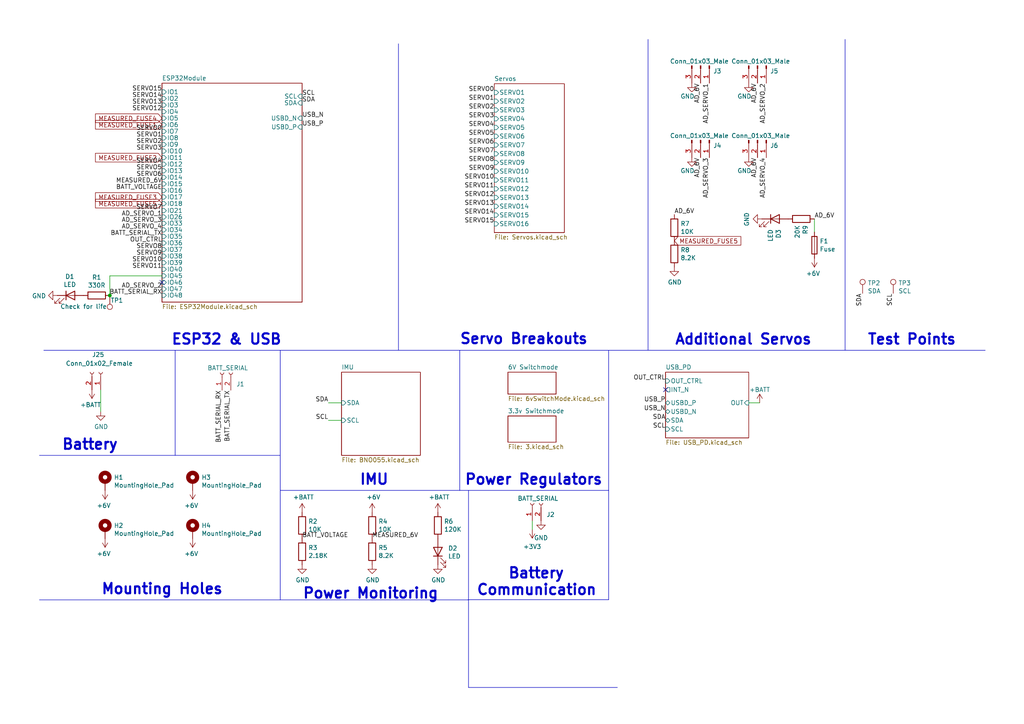
<source format=kicad_sch>
(kicad_sch (version 20230121) (generator eeschema)
  (paper "A4")
  (lib_symbols
    (symbol "+BATT_1" (power) (pin_names (offset 0))
      (property "Value" "+BATT_1" (at 0 3.556 0))
      (symbol "+BATT_1_0_1"
        (polyline (pts (xy -0.762 1.27) (xy 0 2.54)))
        (polyline (pts (xy 0 0) (xy 0 2.54)))
        (polyline (pts (xy 0 2.54) (xy 0.762 1.27)))
      )
      (symbol "+BATT_1_1_1"
        (pin power_in line (at 0 0 90) (length 0) hide (name "+BATT") (number "1"))
      )
    )
    (symbol "Connector:Conn_01x02_Female" (pin_names (offset 1.016) hide)
      (property "Reference" "J" (at 0 2.54 0))
      (property "Value" "Conn_01x02_Female" (at 0 -5.08 0))
      (symbol "Conn_01x02_Female_1_1"
        (arc (start 0 -2.032) (mid -0.5058 -2.54) (end 0 -3.048) (stroke (width 0.1524)))
        (polyline (pts (xy -1.27 -2.54) (xy -0.508 -2.54)) (stroke (width 0.1524)))
        (polyline (pts (xy -1.27 0) (xy -0.508 0)) (stroke (width 0.1524)))
        (arc (start 0 0.508) (mid -0.5058 0) (end 0 -0.508) (stroke (width 0.1524)))
        (pin passive line (at -5.08 0 0) (length 3.81) (name "Pin_1") (number "1"))
        (pin passive line (at -5.08 -2.54 0) (length 3.81) (name "Pin_2") (number "2"))
      )
    )
    (symbol "Connector:Conn_01x03_Male" (pin_names (offset 1.016) hide)
      (property "Reference" "J" (at 0 5.08 0))
      (property "Value" "Conn_01x03_Male" (at 0 -5.08 0))
      (symbol "Conn_01x03_Male_1_1"
        (polyline (pts (xy 1.27 -2.54) (xy 0.8636 -2.54)) (stroke (width 0.1524)))
        (polyline (pts (xy 1.27 0) (xy 0.8636 0)) (stroke (width 0.1524)))
        (polyline (pts (xy 1.27 2.54) (xy 0.8636 2.54)) (stroke (width 0.1524)))
        (rectangle (start 0.8636 -2.413) (end 0 -2.667) (stroke (width 0.1524)) (fill (type outline)))
        (rectangle (start 0.8636 0.127) (end 0 -0.127) (stroke (width 0.1524)) (fill (type outline)))
        (rectangle (start 0.8636 2.667) (end 0 2.413) (stroke (width 0.1524)) (fill (type outline)))
        (pin passive line (at 5.08 2.54 180) (length 3.81) (name "Pin_1") (number "1"))
        (pin passive line (at 5.08 0 180) (length 3.81) (name "Pin_2") (number "2"))
        (pin passive line (at 5.08 -2.54 180) (length 3.81) (name "Pin_3") (number "3"))
      )
    )
    (symbol "Connector:TestPoint" (pin_numbers hide) (pin_names (offset 0.762) hide)
      (property "Reference" "TP" (at 0 6.858 0))
      (property "Value" "TestPoint" (at 0 5.08 0))
      (symbol "TestPoint_0_1"
        (circle (center 0 3.302) (radius 0.762))
      )
      (symbol "TestPoint_1_1"
        (pin passive line (at 0 0 90) (length 2.54) (name "1") (number "1"))
      )
    )
    (symbol "Device:Fuse" (pin_numbers hide) (pin_names (offset 0))
      (property "Reference" "F" (at 2.032 0 90))
      (property "Value" "Fuse" (at -1.905 0 90))
      (symbol "Fuse_0_1"
        (rectangle (start -0.762 -2.54) (end 0.762 2.54) (stroke (width 0.254)))
        (polyline (pts (xy 0 2.54) (xy 0 -2.54)))
      )
      (symbol "Fuse_1_1"
        (pin passive line (at 0 3.81 270) (length 1.27) (name "~") (number "1"))
        (pin passive line (at 0 -3.81 90) (length 1.27) (name "~") (number "2"))
      )
    )
    (symbol "Device:LED" (pin_numbers hide) (pin_names (offset 1.016) hide)
      (property "Reference" "D" (at 0 2.54 0))
      (property "Value" "LED" (at 0 -2.54 0))
      (symbol "LED_0_1"
        (polyline (pts (xy -1.27 -1.27) (xy -1.27 1.27)) (stroke (width 0.254)))
        (polyline (pts (xy -1.27 0) (xy 1.27 0)))
        (polyline (pts (xy 1.27 -1.27) (xy 1.27 1.27) (xy -1.27 0) (xy 1.27 -1.27)) (stroke (width 0.254)))
        (polyline (pts (xy -3.048 -0.762) (xy -4.572 -2.286) (xy -3.81 -2.286) (xy -4.572 -2.286) (xy -4.572 -1.524)))
        (polyline (pts (xy -1.778 -0.762) (xy -3.302 -2.286) (xy -2.54 -2.286) (xy -3.302 -2.286) (xy -3.302 -1.524)))
      )
      (symbol "LED_1_1"
        (pin passive line (at -3.81 0 0) (length 2.54) (name "K") (number "1"))
        (pin passive line (at 3.81 0 180) (length 2.54) (name "A") (number "2"))
      )
    )
    (symbol "Device:R" (pin_numbers hide) (pin_names (offset 0))
      (property "Reference" "R" (at 2.032 0 90))
      (property "Value" "R" (at 0 0 90))
      (symbol "R_0_1"
        (rectangle (start -1.016 -2.54) (end 1.016 2.54) (stroke (width 0.254)))
      )
      (symbol "R_1_1"
        (pin passive line (at 0 3.81 270) (length 1.27) (name "~") (number "1"))
        (pin passive line (at 0 -3.81 90) (length 1.27) (name "~") (number "2"))
      )
    )
    (symbol "Mechanical:MountingHole_Pad" (pin_numbers hide) (pin_names (offset 1.016) hide)
      (property "Reference" "H" (at 0 6.35 0))
      (property "Value" "MountingHole_Pad" (at 0 4.445 0))
      (symbol "MountingHole_Pad_0_1"
        (circle (center 0 1.27) (radius 1.27) (stroke (width 1.27)))
      )
      (symbol "MountingHole_Pad_1_1"
        (pin input line (at 0 -2.54 90) (length 2.54) (name "1") (number "1"))
      )
    )
    (symbol "power:+3V3" (power) (pin_names (offset 0))
      (property "Value" "+3V3" (at 0 3.556 0))
      (symbol "+3V3_0_1"
        (polyline (pts (xy -0.762 1.27) (xy 0 2.54)))
        (polyline (pts (xy 0 0) (xy 0 2.54)))
        (polyline (pts (xy 0 2.54) (xy 0.762 1.27)))
      )
      (symbol "+3V3_1_1"
        (pin power_in line (at 0 0 90) (length 0) hide (name "+3V3") (number "1"))
      )
    )
    (symbol "power:+6V" (power) (pin_names (offset 0))
      (property "Value" "+6V" (at 0 3.556 0))
      (symbol "+6V_0_1"
        (polyline (pts (xy -0.762 1.27) (xy 0 2.54)))
        (polyline (pts (xy 0 0) (xy 0 2.54)))
        (polyline (pts (xy 0 2.54) (xy 0.762 1.27)))
      )
      (symbol "+6V_1_1"
        (pin power_in line (at 0 0 90) (length 0) hide (name "+6V") (number "1"))
      )
    )
    (symbol "power:+BATT" (power) (pin_names (offset 0))
      (property "Value" "+BATT" (at 0 3.556 0))
      (symbol "+BATT_0_1"
        (polyline (pts (xy -0.762 1.27) (xy 0 2.54)))
        (polyline (pts (xy 0 0) (xy 0 2.54)))
        (polyline (pts (xy 0 2.54) (xy 0.762 1.27)))
      )
      (symbol "+BATT_1_1"
        (pin power_in line (at 0 0 90) (length 0) hide (name "+BATT") (number "1"))
      )
    )
    (symbol "power:GND" (power) (pin_names (offset 0))
      (property "Value" "GND" (at 0 -3.81 0))
      (symbol "GND_0_1"
        (polyline (pts (xy 0 0) (xy 0 -1.27) (xy 1.27 -1.27) (xy 0 -2.54) (xy -1.27 -1.27) (xy 0 -1.27)))
      )
      (symbol "GND_1_1"
        (pin power_in line (at 0 0 270) (length 0) hide (name "GND") (number "1"))
      )
    )
  )
  (junction (at 31.8516 85.6996))
  (no_connect (at 193.04 113.03))
  (no_connect (at 46.99 81.915))
  (polyline (pts (xy 11.43 132.08) (xy 81.28 132.08)))
  (wire (pts (xy 31.8516 80.01) (xy 31.8516 85.6996)))
  (polyline (pts (xy 176.53 142.24) (xy 81.28 142.24)))
  (polyline (pts (xy 81.28 101.6) (xy 81.28 173.99)))
  (polyline (pts (xy 187.96 101.6) (xy 187.96 11.43)))
  (wire (pts (xy 154.3812 151.0284) (xy 154.3812 153.5684)))
  (wire (pts (xy 236.22 63.5) (xy 236.22 67.31)))
  (wire (pts (xy 95.25 116.84) (xy 99.06 116.84)))
  (polyline (pts (xy 176.53 173.9392) (xy 176.53 142.1892)))
  (polyline (pts (xy 176.53 142.24) (xy 176.53 101.6)))
  (polyline (pts (xy 133.35 142.24) (xy 133.35 101.6)))
  (polyline (pts (xy 50.8 132.08) (xy 50.8 101.6)))
  (polyline (pts (xy 12.7 101.6) (xy 285.75 101.6)))
  (wire (pts (xy 95.25 121.92) (xy 99.06 121.92)))
  (polyline (pts (xy 115.57 101.6) (xy 115.57 12.7)))
  (wire (pts (xy 217.17 116.84) (xy 220.345 116.84)))
  (polyline (pts (xy 135.89 142.24) (xy 135.89 199.39)))
  (wire (pts (xy 31.8516 80.01) (xy 46.99 80.01)))
  (polyline (pts (xy 11.43 173.99) (xy 135.89 173.99)))
  (wire (pts (xy 29.21 119.38) (xy 29.21 113.03)))
  (polyline (pts (xy 135.89 199.39) (xy 179.07 199.39)))
  (polyline (pts (xy 135.6868 173.9392) (xy 176.53 173.9392)))
  (polyline (pts (xy 245.11 101.6) (xy 245.11 11.43)))
  (text "IMU" (at 104.14 140.97 0) (effects (font (size 2.9972 2.9972) (thickness 0.5994) bold) (justify left bottom)))
  (text "Test Points" (at 251.46 100.33 0) (effects (font (size 2.9972 2.9972) (thickness 0.5994) bold) (justify left bottom)))
  (text "ESP32 & USB" (at 49.53 100.33 0) (effects (font (size 2.9972 2.9972) (thickness 0.5994) bold) (justify left bottom)))
  (text "Power Regulators" (at 134.62 140.97 0) (effects (font (size 2.9972 2.9972) (thickness 0.5994) bold) (justify left bottom)))
  (text "Additional Servos" (at 195.58 100.33 0) (effects (font (size 2.9972 2.9972) (thickness 0.5994) bold) (justify left bottom)))
  (text "    Battery\nCommunication" (at 138.0744 172.974 0) (effects (font (size 2.9972 2.9972) (thickness 0.5994) bold) (justify left bottom)))
  (text "Battery" (at 17.78 130.81 0) (effects (font (size 2.9972 2.9972) (thickness 0.5994) bold) (justify left bottom)))
  (text "Power Monitoring" (at 87.63 173.99 0) (effects (font (size 2.9972 2.9972) (thickness 0.5994) bold) (justify left bottom)))
  (text "Mounting Holes" (at 29.21 172.72 0) (effects (font (size 2.9972 2.9972) (thickness 0.5994) bold) (justify left bottom)))
  (text "Servo Breakouts" (at 133.1976 100.1776 0) (effects (font (size 2.9972 2.9972) (thickness 0.5994) bold) (justify left bottom)))
  (label "AD_6V" (at 219.71 24.13 270))
  (label "SERVO6" (at 143.3576 42.0624 180))
  (label "SERVO7" (at 143.3576 44.6024 180))
  (label "SERVO15" (at 143.3576 64.9224 180))
  (label "AD_6V" (at 236.22 63.5 0))
  (label "SERVO0" (at 46.99 38.1 180))
  (label "AD_6V" (at 203.2 24.13 270))
  (label "SERVO9" (at 143.3576 49.6824 180))
  (label "SERVO14" (at 143.3576 62.3824 180))
  (label "MEASURED_6V" (at 107.95 156.21 0))
  (label "USB_N" (at 193.04 119.38 180))
  (label "BATT_VOLTAGE" (at 87.63 156.21 0))
  (label "SDA" (at 87.63 29.845 0))
  (label "SERVO4" (at 143.3576 36.9824 180))
  (label "SERVO13" (at 46.99 30.48 180))
  (label "SDA" (at 193.04 121.92 180))
  (label "SERVO11" (at 143.3576 54.7624 180))
  (label "BATT_SERIAL_RX" (at 64.4144 113.1824 270))
  (label "BATT_SERIAL_TX" (at 66.9544 113.1824 270))
  (label "SERVO15" (at 46.99 26.67 180))
  (label "SERVO10" (at 143.3576 52.2224 180))
  (label "SERVO8" (at 46.99 72.39 180))
  (label "BATT_SERIAL_RX" (at 46.99 85.6488 180))
  (label "SCL" (at 193.04 124.46 180))
  (label "AD_SERVO_3" (at 205.74 45.72 270))
  (label "AD_SERVO_2" (at 46.99 83.82 180))
  (label "SCL" (at 87.63 27.94 0))
  (label "AD_SERVO_2" (at 222.25 24.13 270))
  (label "SERVO11" (at 46.99 78.105 180))
  (label "SERVO12" (at 46.99 32.385 180))
  (label "SDA" (at 95.25 116.84 180))
  (label "AD_6V" (at 195.58 62.23 0))
  (label "SERVO8" (at 143.3576 47.1424 180))
  (label "SERVO3" (at 143.3576 34.4424 180))
  (label "USB_P" (at 87.63 36.83 0))
  (label "SERVO9" (at 46.99 74.295 180))
  (label "SERVO2" (at 143.3576 31.9024 180))
  (label "SERVO0" (at 143.3576 26.8224 180))
  (label "SERVO5" (at 46.99 49.53 180))
  (label "SDA" (at 250.19 85.09 270))
  (label "SERVO1" (at 143.3576 29.3624 180))
  (label "BATT_VOLTAGE" (at 46.99 55.245 180))
  (label "AD_SERVO_1" (at 205.74 24.13 270))
  (label "AD_SERVO_4" (at 46.99 66.675 180))
  (label "SCL" (at 95.25 121.92 180))
  (label "SERVO14" (at 46.99 28.575 180))
  (label "USB_N" (at 87.63 34.29 0))
  (label "SERVO7" (at 46.99 61.087 180))
  (label "AD_SERVO_3" (at 46.99 64.77 180))
  (label "SERVO13" (at 143.3576 59.8424 180))
  (label "MEASURED_6V" (at 46.99 53.34 180))
  (label "SERVO2" (at 46.99 41.91 180))
  (label "SERVO3" (at 46.99 43.815 180))
  (label "USB_P" (at 193.04 116.84 180))
  (label "SERVO10" (at 46.99 76.2 180))
  (label "OUT_CTRL" (at 46.99 70.485 180))
  (label "AD_6V" (at 203.2 45.72 270))
  (label "AD_SERVO_1" (at 46.99 62.9412 180))
  (label "SCL" (at 259.08 85.09 270))
  (label "AD_SERVO_4" (at 222.25 45.72 270))
  (label "AD_6V" (at 219.71 45.72 270))
  (label "SERVO5" (at 143.3576 39.5224 180))
  (label "SERVO1" (at 46.99 40.005 180))
  (label "SERVO6" (at 46.99 51.435 180))
  (label "SERVO12" (at 143.3576 57.3024 180))
  (label "OUT_CTRL" (at 193.04 110.49 180))
  (label "BATT_SERIAL_TX" (at 46.99 68.58 180))
  (label "SERVO4" (at 46.99 47.625 180))
  (global_label "MEASURED_FUSE2" (shape input) (at 46.99 45.72 180) (property "Intersheetrefs" "${INTERSHEET_REFS}" (effects hide)))
  (global_label "MEASURED_FUSE4" (shape input) (at 46.99 34.29 180) (property "Intersheetrefs" "${INTERSHEET_REFS}" (effects hide)))
  (global_label "MEASURED_FUSE5" (shape input) (at 46.99 59.055 180) (property "Intersheetrefs" "${INTERSHEET_REFS}" (effects hide)))
  (global_label "MEASURED_FUSE1" (shape input) (at 46.99 36.195 180) (property "Intersheetrefs" "${INTERSHEET_REFS}" (effects hide)))
  (global_label "MEASURED_FUSE5" (shape input) (at 195.58 69.85 0) (property "Intersheetrefs" "${INTERSHEET_REFS}" (effects hide)))
  (global_label "MEASURED_FUSE3" (shape input) (at 46.99 57.15 180) (property "Intersheetrefs" "${INTERSHEET_REFS}" (effects hide)))
  (symbol (lib_id "Connector:TestPoint") (at 250.19 85.09 0) (unit 1) (in_bom no)
    (property "Reference" "TP2" (at 251.6632 82.0928 0) (effects (justify left)))
    (property "Value" "SDA" (at 251.6632 84.4042 0) (effects (justify left)))
    (property "Footprint" "TestPoint:TestPoint_Pad_D2.0mm" (effects hide))
  )
  (symbol (lib_id "Connector:TestPoint") (at 259.08 85.09 0) (unit 1) (in_bom no)
    (property "Reference" "TP3" (at 260.5532 82.0928 0) (effects (justify left)))
    (property "Value" "SCL" (at 260.5532 84.4042 0) (effects (justify left)))
    (property "Footprint" "TestPoint:TestPoint_Pad_D2.0mm" (effects hide))
  )
  (symbol (lib_id "Mechanical:MountingHole_Pad") (at 55.88 139.7 0) (unit 1) (in_bom no)
    (property "Reference" "H3" (at 58.42 138.4554 0) (effects (justify left)))
    (property "Value" "MountingHole_Pad" (at 58.42 140.7668 0) (effects (justify left)))
    (property "Footprint" "MountingHole:MountingHole_3.2mm_M3_Pad_Via" (effects hide))
  )
  (symbol (lib_id "Mechanical:MountingHole_Pad") (at 30.48 139.7 0) (unit 1) (in_bom no)
    (property "Reference" "H1" (at 33.02 138.4554 0) (effects (justify left)))
    (property "Value" "MountingHole_Pad" (at 33.02 140.7668 0) (effects (justify left)))
    (property "Footprint" "MountingHole:MountingHole_3.2mm_M3_Pad_Via" (effects hide))
  )
  (symbol (lib_id "power:+6V") (at 30.48 142.24 180) (unit 1)
    (property "Reference" "#PWR0101" (effects hide))
    (property "Value" "+6V" (at 30.099 146.6342 0))
  )
  (symbol (lib_id "Mechanical:MountingHole_Pad") (at 55.88 153.67 0) (unit 1) (in_bom no)
    (property "Reference" "H4" (at 58.42 152.4254 0) (effects (justify left)))
    (property "Value" "MountingHole_Pad" (at 58.42 154.7368 0) (effects (justify left)))
    (property "Footprint" "MountingHole:MountingHole_3.2mm_M3_Pad_Via" (effects hide))
  )
  (symbol (lib_id "Mechanical:MountingHole_Pad") (at 30.48 153.67 0) (unit 1) (in_bom no)
    (property "Reference" "H2" (at 33.02 152.4254 0) (effects (justify left)))
    (property "Value" "MountingHole_Pad" (at 33.02 154.7368 0) (effects (justify left)))
    (property "Footprint" "MountingHole:MountingHole_3.2mm_M3_Pad_Via" (effects hide))
  )
  (symbol (lib_id "power:+6V") (at 30.48 156.21 180) (unit 1)
    (property "Reference" "#PWR0102" (effects hide))
    (property "Value" "+6V" (at 30.099 160.6042 0))
  )
  (symbol (lib_id "power:+6V") (at 55.88 156.21 180) (unit 1)
    (property "Reference" "#PWR0103" (effects hide))
    (property "Value" "+6V" (at 55.499 160.6042 0))
  )
  (symbol (lib_id "Device:R") (at 127 152.4 0) (unit 1)
    (property "Reference" "R6" (at 128.778 151.2316 0) (effects (justify left)))
    (property "Value" "120K" (at 128.778 153.543 0) (effects (justify left)))
    (property "Footprint" "Resistor_SMD:R_0402_1005Metric" (effects hide))
  )
  (symbol (lib_id "power:+BATT") (at 127 148.59 0) (unit 1)
    (property "Reference" "#PWR0104" (effects hide))
    (property "Value" "+BATT" (at 127.381 144.1958 0))
  )
  (symbol (lib_id "Device:LED") (at 127 160.02 90) (unit 1)
    (property "Reference" "D2" (at 129.9718 159.0294 90) (effects (justify right)))
    (property "Value" "LED" (at 129.9718 161.3408 90) (effects (justify right)))
    (property "Footprint" "LED_SMD:LED_0603_1608Metric" (effects hide))
  )
  (symbol (lib_id "power:GND") (at 127 163.83 0) (unit 1)
    (property "Reference" "#PWR0105" (effects hide))
    (property "Value" "GND" (at 127.127 168.2242 0))
  )
  (symbol (lib_id "Device:R") (at 28.0416 85.6996 270) (unit 1)
    (property "Reference" "R1" (at 28.0416 80.4418 90))
    (property "Value" "330R" (at 28.0416 82.7532 90))
    (property "Footprint" "Resistor_SMD:R_0402_1005Metric" (effects hide))
  )
  (symbol (lib_id "Device:LED") (at 20.4216 85.6996 0) (unit 1)
    (property "Reference" "D1" (at 20.2438 80.2132 0))
    (property "Value" "LED" (at 20.2438 82.5246 0))
    (property "Footprint" "LED_SMD:LED_0603_1608Metric" (effects hide))
  )
  (symbol (lib_id "power:GND") (at 16.6116 85.6996 270) (unit 1)
    (property "Reference" "#PWR01" (effects hide))
    (property "Value" "GND" (at 13.3604 85.8266 90) (effects (justify right)))
  )
  (symbol (lib_id "Connector:TestPoint") (at 31.8516 85.6996 180) (unit 1) (in_bom no)
    (property "Reference" "TP1" (at 33.909 87.122 0))
    (property "Value" "Check for life" (at 24.257 88.9 0))
    (property "Footprint" "TestPoint:TestPoint_Pad_D2.0mm" (effects hide))
  )
  (symbol (lib_id "Device:R") (at 87.63 152.4 0) (unit 1)
    (property "Reference" "R2" (at 89.408 151.2316 0) (effects (justify left)))
    (property "Value" "10K" (at 89.408 153.543 0) (effects (justify left)))
    (property "Footprint" "Resistor_SMD:R_0402_1005Metric" (effects hide))
  )
  (symbol (lib_id "Device:R") (at 87.63 160.02 0) (unit 1)
    (property "Reference" "R3" (at 89.408 158.8516 0) (effects (justify left)))
    (property "Value" "2.18K" (at 89.408 161.163 0) (effects (justify left)))
    (property "Footprint" "Resistor_SMD:R_0402_1005Metric" (effects hide))
  )
  (symbol (lib_id "power:GND") (at 87.63 163.83 0) (unit 1)
    (property "Reference" "#PWR011" (effects hide))
    (property "Value" "GND" (at 87.757 168.2242 0))
  )
  (symbol (lib_id "power:+BATT") (at 87.63 148.59 0) (unit 1)
    (property "Reference" "#PWR010" (effects hide))
    (property "Value" "+BATT" (at 88.011 144.1958 0))
  )
  (symbol (lib_id "Device:R") (at 107.95 152.4 0) (unit 1)
    (property "Reference" "R4" (at 109.728 151.2316 0) (effects (justify left)))
    (property "Value" "10K" (at 109.728 153.543 0) (effects (justify left)))
    (property "Footprint" "Resistor_SMD:R_0402_1005Metric" (effects hide))
  )
  (symbol (lib_id "Device:R") (at 107.95 160.02 0) (unit 1)
    (property "Reference" "R5" (at 109.728 158.8516 0) (effects (justify left)))
    (property "Value" "8.2K" (at 109.728 161.163 0) (effects (justify left)))
    (property "Footprint" "Resistor_SMD:R_0402_1005Metric" (effects hide))
  )
  (symbol (lib_id "power:GND") (at 107.95 163.83 0) (unit 1)
    (property "Reference" "#PWR013" (effects hide))
    (property "Value" "GND" (at 108.077 168.2242 0))
  )
  (symbol (lib_id "power:+6V") (at 107.95 148.59 0) (unit 1)
    (property "Reference" "#PWR012" (effects hide))
    (property "Value" "+6V" (at 108.331 144.1958 0))
  )
  (symbol (lib_id "power:+6V") (at 55.88 142.24 180) (unit 1)
    (property "Reference" "#PWR0106" (effects hide))
    (property "Value" "+6V" (at 55.499 146.6342 0))
  )
  (symbol (lib_id "Connector:Conn_01x03_Male") (at 203.2 19.05 270) (unit 1)
    (property "Reference" "J3" (at 206.8576 20.6248 90) (effects (justify left)))
    (property "Value" "Conn_01x03_Male" (at 194.31 17.78 90) (effects (justify left)))
    (property "Footprint" "Connector_PinHeader_2.54mm:PinHeader_1x03_P2.54mm_Vertical" (effects hide))
  )
  (symbol (lib_id "Connector:Conn_01x02_Female") (at 29.21 107.95 270) (mirror x) (unit 1)
    (property "Reference" "J25" (at 26.67 102.87 90) (effects (justify left)))
    (property "Value" "Conn_01x02_Female" (at 19.05 105.41 90) (effects (justify left)))
    (property "Footprint" "Connector_AMASS:AMASS_XT30U-F_1x02_P5.0mm_Vertical" (effects hide))
  )
  (symbol (lib_id "power:GND") (at 200.66 24.13 0) (unit 1)
    (property "Reference" "#PWR026" (effects hide))
    (property "Value" "GND" (at 199.39 27.94 0))
  )
  (symbol (lib_id "Connector:Conn_01x03_Male") (at 219.71 19.05 270) (unit 1)
    (property "Reference" "J5" (at 223.3676 20.6248 90) (effects (justify left)))
    (property "Value" "Conn_01x03_Male" (at 212.09 17.78 90) (effects (justify left)))
    (property "Footprint" "Connector_PinHeader_2.54mm:PinHeader_1x03_P2.54mm_Vertical" (effects hide))
  )
  (symbol (lib_id "power:GND") (at 217.17 24.13 0) (unit 1)
    (property "Reference" "#PWR029" (effects hide))
    (property "Value" "GND" (at 215.9 27.94 0))
  )
  (symbol (lib_id "power:+BATT") (at 26.67 113.03 180) (unit 1)
    (property "Reference" "#PWR0209" (effects hide))
    (property "Value" "+BATT" (at 26.289 117.4242 0))
  )
  (symbol (lib_id "power:GND") (at 29.21 119.38 0) (unit 1)
    (property "Reference" "#PWR0210" (effects hide))
    (property "Value" "GND" (at 29.337 123.7742 0))
  )
  (symbol (lib_id "Connector:Conn_01x03_Male") (at 203.2 40.64 270) (unit 1)
    (property "Reference" "J4" (at 206.8576 42.2148 90) (effects (justify left)))
    (property "Value" "Conn_01x03_Male" (at 194.31 39.37 90) (effects (justify left)))
    (property "Footprint" "Connector_PinHeader_2.54mm:PinHeader_1x03_P2.54mm_Vertical" (effects hide))
  )
  (symbol (lib_id "power:GND") (at 200.66 45.72 0) (unit 1)
    (property "Reference" "#PWR027" (effects hide))
    (property "Value" "GND" (at 199.39 49.53 0))
  )
  (symbol (lib_id "Connector:Conn_01x03_Male") (at 219.71 40.64 270) (unit 1)
    (property "Reference" "J6" (at 223.3676 42.2148 90) (effects (justify left)))
    (property "Value" "Conn_01x03_Male" (at 212.09 39.37 90) (effects (justify left)))
    (property "Footprint" "Connector_PinHeader_2.54mm:PinHeader_1x03_P2.54mm_Vertical" (effects hide))
  )
  (symbol (lib_id "power:GND") (at 217.17 45.72 0) (unit 1)
    (property "Reference" "#PWR030" (effects hide))
    (property "Value" "GND" (at 215.9 49.53 0))
  )
  (symbol (lib_id "Device:R") (at 195.58 66.04 0) (unit 1)
    (property "Reference" "R7" (at 197.358 64.8716 0) (effects (justify left)))
    (property "Value" "10K" (at 197.358 67.183 0) (effects (justify left)))
    (property "Footprint" "Resistor_SMD:R_0402_1005Metric" (effects hide))
  )
  (symbol (lib_id "Device:R") (at 195.58 73.66 0) (unit 1)
    (property "Reference" "R8" (at 197.358 72.4916 0) (effects (justify left)))
    (property "Value" "8.2K" (at 197.358 74.803 0) (effects (justify left)))
    (property "Footprint" "Resistor_SMD:R_0402_1005Metric" (effects hide))
  )
  (symbol (lib_id "power:GND") (at 195.58 77.47 0) (unit 1)
    (property "Reference" "#PWR0107" (effects hide))
    (property "Value" "GND" (at 195.707 81.8642 0))
  )
  (symbol (lib_id "power:+6V") (at 236.22 74.93 180) (unit 1)
    (property "Reference" "#PWR0108" (effects hide))
    (property "Value" "+6V" (at 235.839 79.3242 0))
  )
  (symbol (lib_id "Device:Fuse") (at 236.22 71.12 0) (unit 1)
    (property "Reference" "F1" (at 237.744 69.9516 0) (effects (justify left)))
    (property "Value" "Fuse" (at 237.744 72.263 0) (effects (justify left)))
    (property "Footprint" "0155.500:0154500DRTL" (effects hide))
  )
  (symbol (lib_id "Device:LED") (at 224.79 63.5 0) (unit 1)
    (property "Reference" "D3" (at 225.7806 66.4718 90) (effects (justify right)))
    (property "Value" "LED" (at 223.4692 66.4718 90) (effects (justify right)))
    (property "Footprint" "LED_SMD:LED_0603_1608Metric" (effects hide))
  )
  (symbol (lib_id "power:GND") (at 220.98 63.5 270) (unit 1)
    (property "Reference" "#PWR0109" (effects hide))
    (property "Value" "GND" (at 216.5858 63.627 0))
  )
  (symbol (lib_id "Device:R") (at 232.41 63.5 270) (unit 1)
    (property "Reference" "R9" (at 233.5784 65.278 0) (effects (justify left)))
    (property "Value" "20K" (at 231.267 65.278 0) (effects (justify left)))
    (property "Footprint" "Resistor_SMD:R_0402_1005Metric" (effects hide))
  )
  (symbol (lib_id "power:+3V3") (at 154.3812 153.5684 180) (unit 1)
    (property "Reference" "#PWR0157" (effects hide))
    (property "Value" "+3V3" (at 154.3812 158.5468 0))
  )
  (symbol (lib_id "Connector:Conn_01x02_Female") (at 154.3812 145.9484 90) (unit 1)
    (property "Reference" "J2" (at 158.496 149.2504 90) (effects (justify right)))
    (property "Value" "BATT_SERIAL" (at 150.114 144.5768 90) (effects (justify right)))
    (property "Footprint" "Connector_Molex:Molex_PicoBlade_53398-0271_1x02-1MP_P1.25mm_Vertical" (effects hide))
  )
  (symbol (lib_id "Connector:Conn_01x02_Female") (at 64.4144 108.1024 90) (unit 1)
    (property "Reference" "J1" (at 68.5292 111.4044 90) (effects (justify right)))
    (property "Value" "BATT_SERIAL" (at 60.1472 106.7308 90) (effects (justify right)))
    (property "Footprint" "Connector_Molex:Molex_PicoBlade_53398-0271_1x02-1MP_P1.25mm_Vertical" (effects hide))
  )
  (symbol (lib_id "power:GND") (at 156.9212 151.0284 0) (unit 1)
    (property "Reference" "#PWR0158" (effects hide))
    (property "Value" "GND" (at 156.9212 156.0068 0))
  )
  (symbol (lib_name "+BATT_1") (lib_id "power:+BATT") (at 220.345 116.84 0) (unit 1)
    (property "Reference" "#PWR025" (effects hide))
    (property "Value" "+BATT" (at 220.345 113.03 0))
  )
  (sheet (at 46.99 24.13) (size 40.64 63.5)
    (property "Sheetname" "ESP32Module" (at 46.99 23.4184 0) (effects (justify left bottom)))
    (property "Sheetfile" "ESP32Module.kicad_sch" (at 46.99 88.2146 0) (effects (justify left top)))
    (pin "SCL" input (at 87.63 27.94 0))
    (pin "SDA" input (at 87.63 29.845 0))
    (pin "IO13" input (at 46.99 49.53 180))
    (pin "IO16" input (at 46.99 55.245 180))
    (pin "IO14" input (at 46.99 51.435 180))
    (pin "IO15" input (at 46.99 53.34 180))
    (pin "IO12" input (at 46.99 47.625 180))
    (pin "IO2" input (at 46.99 28.575 180))
    (pin "IO5" input (at 46.99 34.29 180))
    (pin "IO4" input (at 46.99 32.385 180))
    (pin "IO17" input (at 46.99 57.15 180))
    (pin "IO18" input (at 46.99 59.055 180))
    (pin "IO3" input (at 46.99 30.48 180))
    (pin "IO1" input (at 46.99 26.67 180))
    (pin "IO6" input (at 46.99 36.195 180))
    (pin "IO7" input (at 46.99 38.1 180))
    (pin "IO8" input (at 46.99 40.005 180))
    (pin "IO9" input (at 46.99 41.91 180))
    (pin "IO10" input (at 46.99 43.815 180))
    (pin "IO11" input (at 46.99 45.72 180))
    (pin "IO40" input (at 46.99 78.105 180))
    (pin "IO47" input (at 46.99 83.82 180))
    (pin "IO33" input (at 46.99 64.77 180))
    (pin "IO34" input (at 46.99 66.675 180))
    (pin "IO35" input (at 46.99 68.58 180))
    (pin "IO38" input (at 46.99 74.295 180))
    (pin "IO36" input (at 46.99 70.485 180))
    (pin "IO37" input (at 46.99 72.39 180))
    (pin "IO39" input (at 46.99 76.2 180))
    (pin "IO48" input (at 46.99 85.6488 180))
    (pin "IO21" input (at 46.99 61.087 180))
    (pin "IO26" input (at 46.99 62.9412 180))
    (pin "IO45" input (at 46.99 80.01 180))
    (pin "IO46" input (at 46.99 81.915 180))
    (pin "USBD_N" input (at 87.63 34.29 0))
    (pin "USBD_P" input (at 87.63 36.83 0))
  )
  (sheet (at 147.32 120.65) (size 13.97 7.62)
    (property "Sheetname" "3.3v Switchmode" (at 147.32 119.9384 0) (effects (justify left bottom)))
    (property "Sheetfile" "3.kicad_sch" (at 147.32 128.8546 0) (effects (justify left top)))
  )
  (sheet (at 99.06 107.95) (size 22.86 24.13)
    (property "Sheetname" "IMU" (at 99.06 107.2384 0) (effects (justify left bottom)))
    (property "Sheetfile" "BNO055.kicad_sch" (at 99.06 132.6646 0) (effects (justify left top)))
    (pin "SDA" input (at 99.06 116.84 180))
    (pin "SCL" input (at 99.06 121.92 180))
  )
  (sheet (at 143.3576 24.2824) (size 20.32 43.18)
    (property "Sheetname" "Servos" (at 143.3576 23.5708 0) (effects (justify left bottom)))
    (property "Sheetfile" "Servos.kicad_sch" (at 143.3576 68.047 0) (effects (justify left top)))
    (pin "SERVO1" input (at 143.3576 26.8224 180))
    (pin "SERVO2" input (at 143.3576 29.3624 180))
    (pin "SERVO3" input (at 143.3576 31.9024 180))
    (pin "SERVO4" input (at 143.3576 34.4424 180))
    (pin "SERVO5" input (at 143.3576 36.9824 180))
    (pin "SERVO6" input (at 143.3576 39.5224 180))
    (pin "SERVO7" input (at 143.3576 42.0624 180))
    (pin "SERVO8" input (at 143.3576 44.6024 180))
    (pin "SERVO9" input (at 143.3576 47.1424 180))
    (pin "SERVO10" input (at 143.3576 49.6824 180))
    (pin "SERVO11" input (at 143.3576 52.2224 180))
    (pin "SERVO12" input (at 143.3576 54.7624 180))
    (pin "SERVO13" input (at 143.3576 57.3024 180))
    (pin "SERVO14" input (at 143.3576 59.8424 180))
    (pin "SERVO15" input (at 143.3576 62.3824 180))
    (pin "SERVO16" input (at 143.3576 64.9224 180))
  )
  (sheet (at 147.32 107.95) (size 13.97 6.35)
    (property "Sheetname" "6V Switchmode" (at 147.32 107.2384 0) (effects (justify left bottom)))
    (property "Sheetfile" "6vSwitchMode.kicad_sch" (at 147.32 114.8846 0) (effects (justify left top)))
  )
  (sheet (at 193.04 107.95) (size 24.13 19.05) (stroke (width 0.1524))
    (property "Sheetname" "USB_PD" (at 193.04 107.2384 0) (effects (justify left bottom)))
    (property "Sheetfile" "USB_PD.kicad_sch" (at 193.04 127.5846 0) (effects (justify left top)))
    (pin "OUT_CTRL" input (at 193.04 110.49 180))
    (pin "OUT" input (at 217.17 116.84 0))
    (pin "USBD_P" bidirectional (at 193.04 116.84 180))
    (pin "USBD_N" bidirectional (at 193.04 119.38 180))
    (pin "SDA" bidirectional (at 193.04 121.92 180))
    (pin "INT_N" output (at 193.04 113.03 180))
    (pin "SCL" input (at 193.04 124.46 180))
  )
)
</source>
